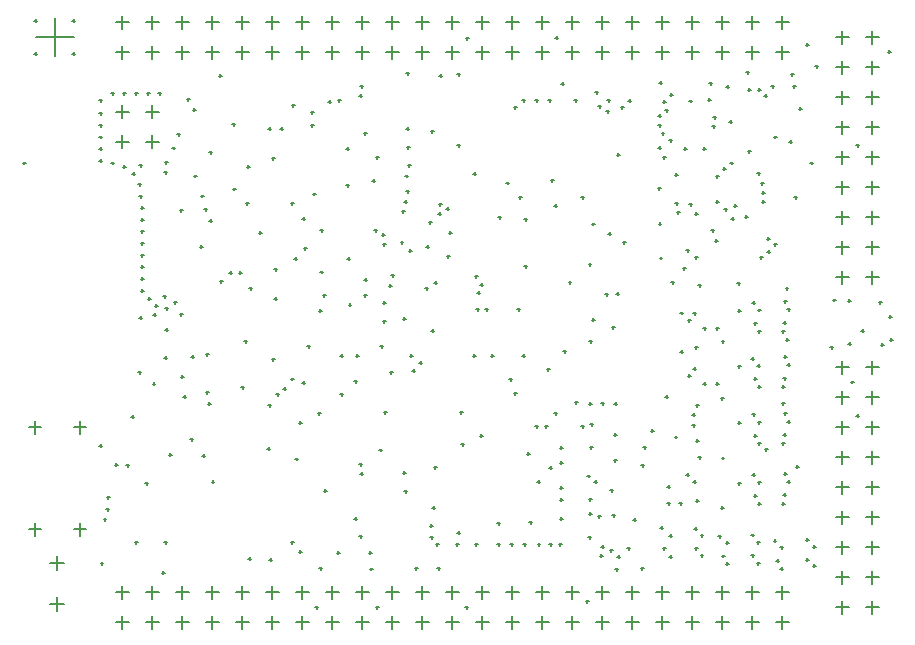
<source format=gbr>
%TF.GenerationSoftware,Altium Limited,Altium Designer,22.7.1 (60)*%
G04 Layer_Color=128*
%FSLAX45Y45*%
%MOMM*%
%TF.SameCoordinates,89C5C705-8D76-4DBF-8A4D-424F25D0343C*%
%TF.FilePolarity,Positive*%
%TF.FileFunction,Drillmap*%
%TF.Part,Single*%
G01*
G75*
%TA.AperFunction,NonConductor*%
%ADD688C,0.12700*%
D688*
X8073000Y2349500D02*
X8183000D01*
X8128000Y2294500D02*
Y2404500D01*
X8073000Y2095500D02*
X8183000D01*
X8128000Y2040500D02*
Y2150500D01*
X8073000Y1841500D02*
X8183000D01*
X8128000Y1786500D02*
Y1896500D01*
X8073000Y1587500D02*
X8183000D01*
X8128000Y1532500D02*
Y1642500D01*
X8073000Y1333500D02*
X8183000D01*
X8128000Y1278500D02*
Y1388500D01*
X8073000Y1079500D02*
X8183000D01*
X8128000Y1024500D02*
Y1134500D01*
X8073000Y825500D02*
X8183000D01*
X8128000Y770500D02*
Y880500D01*
X8327000Y2349500D02*
X8437000D01*
X8382000Y2294500D02*
Y2404500D01*
X8327000Y2095500D02*
X8437000D01*
X8382000Y2040500D02*
Y2150500D01*
X8327000Y1841500D02*
X8437000D01*
X8382000Y1786500D02*
Y1896500D01*
X8327000Y1587500D02*
X8437000D01*
X8382000Y1532500D02*
Y1642500D01*
X8327000Y1333500D02*
X8437000D01*
X8382000Y1278500D02*
Y1388500D01*
X8327000Y1079500D02*
X8437000D01*
X8382000Y1024500D02*
Y1134500D01*
X8327000Y825500D02*
X8437000D01*
X8382000Y770500D02*
Y880500D01*
X8073000Y571500D02*
X8183000D01*
X8128000Y516500D02*
Y626500D01*
X8073000Y317500D02*
X8183000D01*
X8128000Y262500D02*
Y372500D01*
X8327000Y571500D02*
X8437000D01*
X8382000Y516500D02*
Y626500D01*
X8327000Y317500D02*
X8437000D01*
X8382000Y262500D02*
Y372500D01*
X8073000Y5143500D02*
X8183000D01*
X8128000Y5088500D02*
Y5198500D01*
X8073000Y4889500D02*
X8183000D01*
X8128000Y4834500D02*
Y4944500D01*
X8073000Y4635500D02*
X8183000D01*
X8128000Y4580500D02*
Y4690500D01*
X8073000Y4381500D02*
X8183000D01*
X8128000Y4326500D02*
Y4436500D01*
X8073000Y4127500D02*
X8183000D01*
X8128000Y4072500D02*
Y4182500D01*
X8073000Y3873500D02*
X8183000D01*
X8128000Y3818500D02*
Y3928500D01*
X8073000Y3619500D02*
X8183000D01*
X8128000Y3564500D02*
Y3674500D01*
X8327000Y5143500D02*
X8437000D01*
X8382000Y5088500D02*
Y5198500D01*
X8327000Y4889500D02*
X8437000D01*
X8382000Y4834500D02*
Y4944500D01*
X8327000Y4635500D02*
X8437000D01*
X8382000Y4580500D02*
Y4690500D01*
X8327000Y4381500D02*
X8437000D01*
X8382000Y4326500D02*
Y4436500D01*
X8327000Y4127500D02*
X8437000D01*
X8382000Y4072500D02*
Y4182500D01*
X8327000Y3873500D02*
X8437000D01*
X8382000Y3818500D02*
Y3928500D01*
X8327000Y3619500D02*
X8437000D01*
X8382000Y3564500D02*
Y3674500D01*
X8073000Y3365500D02*
X8183000D01*
X8128000Y3310500D02*
Y3420500D01*
X8073000Y3111500D02*
X8183000D01*
X8128000Y3056500D02*
Y3166500D01*
X8327000Y3365500D02*
X8437000D01*
X8382000Y3310500D02*
Y3420500D01*
X8327000Y3111500D02*
X8437000D01*
X8382000Y3056500D02*
Y3166500D01*
X1977000Y190500D02*
X2087000D01*
X2032000Y135500D02*
Y245500D01*
X2231000Y190500D02*
X2341000D01*
X2286000Y135500D02*
Y245500D01*
X2485000Y190500D02*
X2595000D01*
X2540000Y135500D02*
Y245500D01*
X2739000Y190500D02*
X2849000D01*
X2794000Y135500D02*
Y245500D01*
X2993000Y190500D02*
X3103000D01*
X3048000Y135500D02*
Y245500D01*
X3247000Y190500D02*
X3357000D01*
X3302000Y135500D02*
Y245500D01*
X3501000Y190500D02*
X3611000D01*
X3556000Y135500D02*
Y245500D01*
X3755000Y190500D02*
X3865000D01*
X3810000Y135500D02*
Y245500D01*
X4009000Y190500D02*
X4119000D01*
X4064000Y135500D02*
Y245500D01*
X4263000Y190500D02*
X4373000D01*
X4318000Y135500D02*
Y245500D01*
X4517000Y190500D02*
X4627000D01*
X4572000Y135500D02*
Y245500D01*
X4771000Y190500D02*
X4881000D01*
X4826000Y135500D02*
Y245500D01*
X5025000Y190500D02*
X5135000D01*
X5080000Y135500D02*
Y245500D01*
X5279000Y190500D02*
X5389000D01*
X5334000Y135500D02*
Y245500D01*
X5533000Y190500D02*
X5643000D01*
X5588000Y135500D02*
Y245500D01*
X5787000Y190500D02*
X5897000D01*
X5842000Y135500D02*
Y245500D01*
X6041000Y190500D02*
X6151000D01*
X6096000Y135500D02*
Y245500D01*
X6295000Y190500D02*
X6405000D01*
X6350000Y135500D02*
Y245500D01*
X6549000Y190500D02*
X6659000D01*
X6604000Y135500D02*
Y245500D01*
X6803000Y190500D02*
X6913000D01*
X6858000Y135500D02*
Y245500D01*
X7057000Y190500D02*
X7167000D01*
X7112000Y135500D02*
Y245500D01*
X7311000Y190500D02*
X7421000D01*
X7366000Y135500D02*
Y245500D01*
X7565000Y190500D02*
X7675000D01*
X7620000Y135500D02*
Y245500D01*
X1977000Y444500D02*
X2087000D01*
X2032000Y389500D02*
Y499500D01*
X2231000Y444500D02*
X2341000D01*
X2286000Y389500D02*
Y499500D01*
X2485000Y444500D02*
X2595000D01*
X2540000Y389500D02*
Y499500D01*
X2739000Y444500D02*
X2849000D01*
X2794000Y389500D02*
Y499500D01*
X2993000Y444500D02*
X3103000D01*
X3048000Y389500D02*
Y499500D01*
X3247000Y444500D02*
X3357000D01*
X3302000Y389500D02*
Y499500D01*
X3501000Y444500D02*
X3611000D01*
X3556000Y389500D02*
Y499500D01*
X3755000Y444500D02*
X3865000D01*
X3810000Y389500D02*
Y499500D01*
X4009000Y444500D02*
X4119000D01*
X4064000Y389500D02*
Y499500D01*
X4263000Y444500D02*
X4373000D01*
X4318000Y389500D02*
Y499500D01*
X4517000Y444500D02*
X4627000D01*
X4572000Y389500D02*
Y499500D01*
X4771000Y444500D02*
X4881000D01*
X4826000Y389500D02*
Y499500D01*
X5025000Y444500D02*
X5135000D01*
X5080000Y389500D02*
Y499500D01*
X5279000Y444500D02*
X5389000D01*
X5334000Y389500D02*
Y499500D01*
X5533000Y444500D02*
X5643000D01*
X5588000Y389500D02*
Y499500D01*
X5787000Y444500D02*
X5897000D01*
X5842000Y389500D02*
Y499500D01*
X6041000Y444500D02*
X6151000D01*
X6096000Y389500D02*
Y499500D01*
X6295000Y444500D02*
X6405000D01*
X6350000Y389500D02*
Y499500D01*
X6549000Y444500D02*
X6659000D01*
X6604000Y389500D02*
Y499500D01*
X6803000Y444500D02*
X6913000D01*
X6858000Y389500D02*
Y499500D01*
X7057000Y444500D02*
X7167000D01*
X7112000Y389500D02*
Y499500D01*
X7311000Y444500D02*
X7421000D01*
X7366000Y389500D02*
Y499500D01*
X7565000Y444500D02*
X7675000D01*
X7620000Y389500D02*
Y499500D01*
X1977000Y5016500D02*
X2087000D01*
X2032000Y4961500D02*
Y5071500D01*
X2231000Y5016500D02*
X2341000D01*
X2286000Y4961500D02*
Y5071500D01*
X2485000Y5016500D02*
X2595000D01*
X2540000Y4961500D02*
Y5071500D01*
X2739000Y5016500D02*
X2849000D01*
X2794000Y4961500D02*
Y5071500D01*
X2993000Y5016500D02*
X3103000D01*
X3048000Y4961500D02*
Y5071500D01*
X3247000Y5016500D02*
X3357000D01*
X3302000Y4961500D02*
Y5071500D01*
X3501000Y5016500D02*
X3611000D01*
X3556000Y4961500D02*
Y5071500D01*
X3755000Y5016500D02*
X3865000D01*
X3810000Y4961500D02*
Y5071500D01*
X4009000Y5016500D02*
X4119000D01*
X4064000Y4961500D02*
Y5071500D01*
X4263000Y5016500D02*
X4373000D01*
X4318000Y4961500D02*
Y5071500D01*
X4517000Y5016500D02*
X4627000D01*
X4572000Y4961500D02*
Y5071500D01*
X4771000Y5016500D02*
X4881000D01*
X4826000Y4961500D02*
Y5071500D01*
X5025000Y5016500D02*
X5135000D01*
X5080000Y4961500D02*
Y5071500D01*
X5279000Y5016500D02*
X5389000D01*
X5334000Y4961500D02*
Y5071500D01*
X5533000Y5016500D02*
X5643000D01*
X5588000Y4961500D02*
Y5071500D01*
X5787000Y5016500D02*
X5897000D01*
X5842000Y4961500D02*
Y5071500D01*
X6041000Y5016500D02*
X6151000D01*
X6096000Y4961500D02*
Y5071500D01*
X6295000Y5016500D02*
X6405000D01*
X6350000Y4961500D02*
Y5071500D01*
X6549000Y5016500D02*
X6659000D01*
X6604000Y4961500D02*
Y5071500D01*
X6803000Y5016500D02*
X6913000D01*
X6858000Y4961500D02*
Y5071500D01*
X7057000Y5016500D02*
X7167000D01*
X7112000Y4961500D02*
Y5071500D01*
X7311000Y5016500D02*
X7421000D01*
X7366000Y4961500D02*
Y5071500D01*
X7565000Y5016500D02*
X7675000D01*
X7620000Y4961500D02*
Y5071500D01*
X1977000Y5270500D02*
X2087000D01*
X2032000Y5215500D02*
Y5325500D01*
X2231000Y5270500D02*
X2341000D01*
X2286000Y5215500D02*
Y5325500D01*
X2485000Y5270500D02*
X2595000D01*
X2540000Y5215500D02*
Y5325500D01*
X2739000Y5270500D02*
X2849000D01*
X2794000Y5215500D02*
Y5325500D01*
X2993000Y5270500D02*
X3103000D01*
X3048000Y5215500D02*
Y5325500D01*
X3247000Y5270500D02*
X3357000D01*
X3302000Y5215500D02*
Y5325500D01*
X3501000Y5270500D02*
X3611000D01*
X3556000Y5215500D02*
Y5325500D01*
X3755000Y5270500D02*
X3865000D01*
X3810000Y5215500D02*
Y5325500D01*
X4009000Y5270500D02*
X4119000D01*
X4064000Y5215500D02*
Y5325500D01*
X4263000Y5270500D02*
X4373000D01*
X4318000Y5215500D02*
Y5325500D01*
X4517000Y5270500D02*
X4627000D01*
X4572000Y5215500D02*
Y5325500D01*
X4771000Y5270500D02*
X4881000D01*
X4826000Y5215500D02*
Y5325500D01*
X5025000Y5270500D02*
X5135000D01*
X5080000Y5215500D02*
Y5325500D01*
X5279000Y5270500D02*
X5389000D01*
X5334000Y5215500D02*
Y5325500D01*
X5533000Y5270500D02*
X5643000D01*
X5588000Y5215500D02*
Y5325500D01*
X5787000Y5270500D02*
X5897000D01*
X5842000Y5215500D02*
Y5325500D01*
X6041000Y5270500D02*
X6151000D01*
X6096000Y5215500D02*
Y5325500D01*
X6295000Y5270500D02*
X6405000D01*
X6350000Y5215500D02*
Y5325500D01*
X6549000Y5270500D02*
X6659000D01*
X6604000Y5215500D02*
Y5325500D01*
X6803000Y5270500D02*
X6913000D01*
X6858000Y5215500D02*
Y5325500D01*
X7057000Y5270500D02*
X7167000D01*
X7112000Y5215500D02*
Y5325500D01*
X7311000Y5270500D02*
X7421000D01*
X7366000Y5215500D02*
Y5325500D01*
X7565000Y5270500D02*
X7675000D01*
X7620000Y5215500D02*
Y5325500D01*
X2231000Y4512400D02*
X2341000D01*
X2286000Y4457400D02*
Y4567400D01*
X2231000Y4258400D02*
X2341000D01*
X2286000Y4203400D02*
Y4313400D01*
X1977000Y4512400D02*
X2087000D01*
X2032000Y4457400D02*
Y4567400D01*
X1977000Y4258400D02*
X2087000D01*
X2032000Y4203400D02*
Y4313400D01*
X1619500Y978000D02*
X1724500D01*
X1672000Y925500D02*
Y1030500D01*
X1239500Y978000D02*
X1344500D01*
X1292000Y925500D02*
Y1030500D01*
X1619500Y1842000D02*
X1724500D01*
X1672000Y1789500D02*
Y1894500D01*
X1239500Y1842000D02*
X1344500D01*
X1292000Y1789500D02*
Y1894500D01*
X1300500Y5143500D02*
X1620500D01*
X1460500Y4983500D02*
Y5303500D01*
X1420000Y695000D02*
X1540000D01*
X1480000Y635000D02*
Y755000D01*
X1420000Y345000D02*
X1540000D01*
X1480000Y285000D02*
Y405000D01*
X1288000Y5283500D02*
X1313000D01*
X1300500Y5271000D02*
Y5296000D01*
X1288000Y5003500D02*
X1313000D01*
X1300500Y4991000D02*
Y5016000D01*
X1608000Y5003500D02*
X1633000D01*
X1620500Y4991000D02*
Y5016000D01*
X1608000Y5283500D02*
X1633000D01*
X1620500Y5271000D02*
Y5296000D01*
X4670247Y1503402D02*
X4695247D01*
X4682747Y1490903D02*
Y1515902D01*
X7366277Y2898539D02*
X7391277D01*
X7378777Y2886039D02*
Y2911039D01*
X7367569Y1441414D02*
X7392569D01*
X7380069Y1428915D02*
Y1453914D01*
X7364672Y1951459D02*
X7389672D01*
X7377172Y1938960D02*
Y1963959D01*
X7411890Y1885414D02*
X7436890D01*
X7424390Y1872914D02*
Y1897913D01*
X6060313Y4562155D02*
X6085313D01*
X6072813Y4549655D02*
Y4574655D01*
X6129904Y4518397D02*
X6154903D01*
X6142404Y4505898D02*
Y4530897D01*
X6037500Y4680000D02*
X6062500D01*
X6050000Y4667500D02*
Y4692500D01*
X6577500Y4757500D02*
X6602500D01*
X6590000Y4745000D02*
Y4770000D01*
X6217500Y4150000D02*
X6242500D01*
X6230000Y4137500D02*
Y4162500D01*
X5994013Y1867367D02*
X6019013D01*
X6006513Y1854867D02*
Y1879866D01*
X5861482Y2055714D02*
X5886482D01*
X5873982Y2043214D02*
Y2068214D01*
X6194699Y1564783D02*
X6219699D01*
X6207199Y1552283D02*
Y1577283D01*
X6647500Y1200000D02*
X6672500D01*
X6660000Y1187500D02*
Y1212500D01*
X6647500Y1340000D02*
X6672500D01*
X6660000Y1327500D02*
Y1352500D01*
X6007024Y2752748D02*
X6032023D01*
X6019524Y2740248D02*
Y2765248D01*
X6005625Y3563595D02*
X6030625D01*
X6018125Y3551095D02*
Y3576095D01*
X5216757Y3621307D02*
X5241757D01*
X5229257Y3608807D02*
Y3633807D01*
X5690823Y1959998D02*
X5715822D01*
X5703323Y1947498D02*
Y1972498D01*
X6708882Y3978618D02*
X6733882D01*
X6721382Y3966118D02*
Y3991117D01*
X6607500Y4130000D02*
X6632500D01*
X6620000Y4117500D02*
Y4142500D01*
X6563980Y3867338D02*
X6588980D01*
X6576480Y3854838D02*
Y3879838D01*
X6571988Y3564515D02*
X6596988D01*
X6584488Y3552015D02*
Y3577015D01*
X6887500Y1220000D02*
X6912500D01*
X6900000Y1207500D02*
Y1232500D01*
X7100073Y1162574D02*
X7125073D01*
X7112573Y1150074D02*
Y1175074D01*
X7631469Y1449224D02*
X7656468D01*
X7643968Y1436724D02*
Y1461724D01*
X7613705Y2047500D02*
X7638705D01*
X7626205Y2035000D02*
Y2060000D01*
X7616393Y2185388D02*
X7641393D01*
X7628893Y2172888D02*
Y2197887D01*
X7650779Y2583984D02*
X7675778D01*
X7663279Y2571484D02*
Y2596484D01*
X7661036Y2370298D02*
X7686036D01*
X7673536Y2357798D02*
Y2382798D01*
X7631469Y2439223D02*
X7656468D01*
X7643968Y2426724D02*
Y2451723D01*
X7647500Y3020000D02*
X7672500D01*
X7660000Y3007500D02*
Y3032500D01*
X7472612Y1656801D02*
X7497612D01*
X7485112Y1644302D02*
Y1669301D01*
X7377909Y1772427D02*
X7402909D01*
X7390409Y1759927D02*
Y1784927D01*
X7412623Y1705944D02*
X7437622D01*
X7425123Y1693444D02*
Y1718444D01*
X6747500Y1200000D02*
X6772500D01*
X6760000Y1187500D02*
Y1212500D01*
X6178890Y1098610D02*
X6203890D01*
X6191390Y1086110D02*
Y1111110D01*
X4228081Y3471270D02*
X4253081D01*
X4240581Y3458771D02*
Y3483770D01*
X4165318Y3512327D02*
X4190317D01*
X4177817Y3499827D02*
Y3524827D01*
X4237500Y3390000D02*
X4262500D01*
X4250000Y3377500D02*
Y3402500D01*
X6580629Y3275707D02*
X6605629D01*
X6593129Y3263207D02*
Y3288207D01*
X4047500Y4730000D02*
X4072500D01*
X4060000Y4717500D02*
Y4742500D01*
X4037500Y4650000D02*
X4062500D01*
X4050000Y4637500D02*
Y4662500D01*
X3857500Y4610000D02*
X3882500D01*
X3870000Y4597500D02*
Y4622500D01*
X3777500Y4600000D02*
X3802500D01*
X3790000Y4587500D02*
Y4612500D01*
X4637500Y910000D02*
X4662500D01*
X4650000Y897500D02*
Y922500D01*
X4687500Y850000D02*
X4712500D01*
X4700000Y837500D02*
Y862500D01*
X4869730Y950913D02*
X4894730D01*
X4882230Y938413D02*
Y963413D01*
X4713406Y3732344D02*
X4738405D01*
X4725905Y3719844D02*
Y3744844D01*
X4776195Y3691326D02*
X4801195D01*
X4788695Y3678826D02*
Y3703826D01*
X3567500Y3360000D02*
X3592500D01*
X3580000Y3347500D02*
Y3372500D01*
X3627500Y4400000D02*
X3652500D01*
X3640000Y4387500D02*
Y4412500D01*
X8437500Y2900000D02*
X8462500D01*
X8450000Y2887500D02*
Y2912500D01*
X4887500Y1970000D02*
X4912500D01*
X4900000Y1957500D02*
Y1982500D01*
X2967500Y3860000D02*
X2992500D01*
X2980000Y3847500D02*
Y3872500D01*
X2627500Y4532833D02*
X2652500D01*
X2640000Y4520333D02*
Y4545333D01*
X6253122Y4553521D02*
X6278122D01*
X6265622Y4541022D02*
Y4566021D01*
X4387500Y3410000D02*
X4412500D01*
X4400000Y3397500D02*
Y3422500D01*
X4457647Y3335306D02*
X4482646D01*
X4470147Y3322806D02*
Y3347806D01*
X7147237Y4723983D02*
X7172237D01*
X7159737Y4711484D02*
Y4736483D01*
X7003027Y4754889D02*
X7028027D01*
X7015527Y4742389D02*
Y4767389D01*
X7036636Y4466648D02*
X7061635D01*
X7049136Y4454148D02*
Y4479148D01*
X7028626Y4389700D02*
X7053625D01*
X7041126Y4377201D02*
Y4402200D01*
X7527500Y4730000D02*
X7552500D01*
X7540000Y4717500D02*
Y4742500D01*
X7690000Y4830000D02*
X7715000D01*
X7702500Y4817500D02*
Y4842500D01*
X3527500Y1880000D02*
X3552500D01*
X3540000Y1867500D02*
Y1892500D01*
X5457500Y1620000D02*
X5482500D01*
X5470000Y1607500D02*
Y1632500D01*
X7660330Y1890000D02*
X7685330D01*
X7672830Y1877500D02*
Y1902500D01*
X7723277Y3790405D02*
X7748277D01*
X7735777Y3777905D02*
Y3802905D01*
X5307500Y2250000D02*
X5332500D01*
X5320000Y2237500D02*
Y2262500D01*
X4997500Y2450000D02*
X5022500D01*
X5010000Y2437500D02*
Y2462500D01*
X3457500Y3739832D02*
X3482500D01*
X3470000Y3727333D02*
Y3752332D01*
X2455299Y4206829D02*
X2480298D01*
X2467798Y4194329D02*
Y4219328D01*
X6949136Y2680880D02*
X6974135D01*
X6961636Y2668380D02*
Y2693380D01*
X6865125Y2338752D02*
X6890125D01*
X6877625Y2326252D02*
Y2351252D01*
X6950189Y2210497D02*
X6975189D01*
X6962689Y2197997D02*
Y2222997D01*
X6177500Y2690000D02*
X6202500D01*
X6190000Y2677500D02*
Y2702500D01*
X3646360Y3817500D02*
X3671360D01*
X3658860Y3805000D02*
Y3830000D01*
X6087500Y830000D02*
X6112500D01*
X6100000Y817500D02*
Y842500D01*
X6074612Y756116D02*
X6099612D01*
X6087112Y743616D02*
Y768616D01*
X5977500Y912500D02*
X6002500D01*
X5990000Y900000D02*
Y925000D01*
X6307500Y820000D02*
X6332500D01*
X6320000Y807500D02*
Y832500D01*
X6157500Y800000D02*
X6182500D01*
X6170000Y787500D02*
Y812500D01*
X6357500Y1060000D02*
X6382500D01*
X6370000Y1047500D02*
Y1072500D01*
X6422885Y647909D02*
X6447885D01*
X6435385Y635409D02*
Y660409D01*
X6207500Y640000D02*
X6232500D01*
X6220000Y627500D02*
Y652500D01*
X5027500Y2840000D02*
X5052500D01*
X5040000Y2827500D02*
Y2852500D01*
X4407500Y2760000D02*
X4432500D01*
X4420000Y2747500D02*
Y2772500D01*
X4625754Y3580186D02*
X4650753D01*
X4638253Y3567686D02*
Y3592686D01*
X6678250Y3072093D02*
X6703249D01*
X6690750Y3059593D02*
Y3084593D01*
X2495730Y4322875D02*
X2520730D01*
X2508230Y4310375D02*
Y4335375D01*
X6786617Y4199151D02*
X6811617D01*
X6799117Y4186651D02*
Y4211650D01*
X5982500Y1111661D02*
X6007500D01*
X5995000Y1099162D02*
Y1124161D01*
X6056287Y1090556D02*
X6081287D01*
X6068787Y1078056D02*
Y1103056D01*
X5737500Y1670000D02*
X5762500D01*
X5750000Y1657500D02*
Y1682500D01*
X5917500Y1850000D02*
X5942500D01*
X5930000Y1837500D02*
Y1862500D01*
X5735173Y1541987D02*
X5760172D01*
X5747673Y1529487D02*
Y1554487D01*
X5767500Y2486550D02*
X5792500D01*
X5780000Y2474050D02*
Y2499050D01*
X6088932Y2044179D02*
X6113931D01*
X6101432Y2031679D02*
Y2056679D01*
X4487500Y2320000D02*
X4512500D01*
X4500000Y2307500D02*
Y2332500D01*
X4903075Y1699320D02*
X4928075D01*
X4915575Y1686821D02*
Y1711820D01*
X1873252Y1064249D02*
X1898251D01*
X1885752Y1051749D02*
Y1076748D01*
X1897500Y1150000D02*
X1922500D01*
X1910000Y1137500D02*
Y1162500D01*
X5917500Y3790000D02*
X5942500D01*
X5930000Y3777500D02*
Y3802500D01*
X5687500Y3720000D02*
X5712500D01*
X5700000Y3707500D02*
Y3732500D01*
X5004932Y3989517D02*
X5029932D01*
X5017432Y3977017D02*
Y4002016D01*
X7735000Y1508948D02*
X7760000D01*
X7747500Y1496448D02*
Y1521448D01*
X7616393Y1705388D02*
X7641393D01*
X7628893Y1692888D02*
Y1717888D01*
X1835387Y1685174D02*
X1860386D01*
X1847887Y1672674D02*
Y1697674D01*
X3497107Y1573840D02*
X3522106D01*
X3509606Y1561340D02*
Y1586340D01*
X4636505Y1010000D02*
X4661505D01*
X4649005Y997500D02*
Y1022500D01*
X7411900Y4699156D02*
X7436900D01*
X7424400Y4686657D02*
Y4711656D01*
X7315819Y4846500D02*
X7340819D01*
X7328319Y4834000D02*
Y4859000D01*
X7327500Y4700000D02*
X7352500D01*
X7340000Y4687500D02*
Y4712500D01*
X5810116Y3070065D02*
X5835116D01*
X5822616Y3057565D02*
Y3082565D01*
X6029672Y1383307D02*
X6054672D01*
X6042172Y1370807D02*
Y1395807D01*
X5969485Y1429921D02*
X5994485D01*
X5981985Y1417421D02*
Y1442421D01*
X5989674Y1673304D02*
X6014674D01*
X6002174Y1660804D02*
Y1685804D01*
X6427500Y1520000D02*
X6452500D01*
X6440000Y1507500D02*
Y1532500D01*
X6442005Y1671541D02*
X6467005D01*
X6454505Y1659042D02*
Y1684041D01*
X6505480Y1814520D02*
X6530479D01*
X6517980Y1802021D02*
Y1827020D01*
X5478677Y1038661D02*
X5503677D01*
X5491177Y1026161D02*
Y1051161D01*
X5207500Y1030000D02*
X5232500D01*
X5220000Y1017500D02*
Y1042500D01*
X5737500Y1070000D02*
X5762500D01*
X5750000Y1057500D02*
Y1082500D01*
X2427500Y1610000D02*
X2452500D01*
X2440000Y1597500D02*
Y1622500D01*
X2167500Y2310000D02*
X2192500D01*
X2180000Y2297500D02*
Y2322500D01*
X7406179Y2365207D02*
X7431178D01*
X7418679Y2352707D02*
Y2377706D01*
X7355941Y2420895D02*
X7380941D01*
X7368441Y2408395D02*
Y2433395D01*
X6315443Y4608869D02*
X6340443D01*
X6327943Y4596369D02*
Y4621368D01*
X7047500Y3420000D02*
X7072500D01*
X7060000Y3407500D02*
Y3432500D01*
X7017500Y3510000D02*
X7042500D01*
X7030000Y3497500D02*
Y3522500D01*
X6877500Y3650000D02*
X6902500D01*
X6890000Y3637500D02*
Y3662500D01*
X7493234Y3328738D02*
X7518234D01*
X7505734Y3316238D02*
Y3341238D01*
X6713794Y3740410D02*
X6738793D01*
X6726293Y3727911D02*
Y3752910D01*
X7437500Y3910000D02*
X7462500D01*
X7450000Y3897500D02*
Y3922500D01*
X7447543Y3830000D02*
X7472543D01*
X7460043Y3817500D02*
Y3842500D01*
X7447500Y3750000D02*
X7472500D01*
X7460000Y3737500D02*
Y3762500D01*
X7301583Y3623987D02*
X7326582D01*
X7314082Y3611487D02*
Y3636487D01*
X7055666Y3969168D02*
X7080666D01*
X7068166Y3956668D02*
Y3981668D01*
X7207500Y3720000D02*
X7232500D01*
X7220000Y3707500D02*
Y3732500D01*
X7187500Y3610000D02*
X7212500D01*
X7200000Y3597500D02*
Y3622500D01*
X7406258Y3994981D02*
X7431258D01*
X7418758Y3982481D02*
Y4007481D01*
X7857500Y4080000D02*
X7882500D01*
X7870000Y4067500D02*
Y4092500D01*
X8512322Y5021488D02*
X8537322D01*
X8524822Y5008988D02*
Y5033988D01*
X7127500Y3690000D02*
X7152500D01*
X7140000Y3677500D02*
Y3702500D01*
X8455129Y2543086D02*
X8480129D01*
X8467629Y2530586D02*
Y2555586D01*
X7547500Y3390000D02*
X7572500D01*
X7560000Y3377500D02*
Y3402500D01*
X8047500Y2920000D02*
X8072500D01*
X8060000Y2907500D02*
Y2932500D01*
X8288541Y2657970D02*
X8313540D01*
X8301041Y2645470D02*
Y2670470D01*
X7487500Y3440000D02*
X7512500D01*
X7500000Y3427500D02*
Y3452500D01*
X7631468Y2909224D02*
X7656468D01*
X7643968Y2896724D02*
Y2921723D01*
X7661036Y2840298D02*
X7686035D01*
X7673536Y2827798D02*
Y2852798D01*
X8179320Y2549928D02*
X8204320D01*
X8191820Y2537428D02*
Y2562428D01*
X8026842Y2519342D02*
X8051841D01*
X8039342Y2506842D02*
Y2531842D01*
X8529936Y2581621D02*
X8554936D01*
X8542436Y2569122D02*
Y2594121D01*
X6877500Y3280000D02*
X6902500D01*
X6890000Y3267500D02*
Y3292500D01*
X7427500Y3280000D02*
X7452500D01*
X7440000Y3267500D02*
Y3292500D01*
X6831192Y3732214D02*
X6856192D01*
X6843692Y3719714D02*
Y3744714D01*
X7117500Y4030000D02*
X7142500D01*
X7130000Y4017500D02*
Y4042500D01*
X7177500Y4080000D02*
X7202500D01*
X7190000Y4067500D02*
Y4092500D01*
X7055933Y3750256D02*
X7080932D01*
X7068432Y3737756D02*
Y3762756D01*
X6267500Y3410000D02*
X6292500D01*
X6280000Y3397500D02*
Y3422500D01*
X6147500Y3480000D02*
X6172500D01*
X6160000Y3467500D02*
Y3492500D01*
X6726105Y3663204D02*
X6751105D01*
X6738605Y3650704D02*
Y3675704D01*
X6807500Y3340000D02*
X6832500D01*
X6820000Y3327500D02*
Y3352500D01*
X5660000Y3935000D02*
X5685000D01*
X5672500Y3922500D02*
Y3947500D01*
X6777500Y3190000D02*
X6802500D01*
X6790000Y3177500D02*
Y3202500D01*
X7678819Y4259599D02*
X7703818D01*
X7691319Y4247099D02*
Y4272099D01*
X7412622Y2655943D02*
X7437622D01*
X7425122Y2643444D02*
Y2668443D01*
X7616393Y2655388D02*
X7641393D01*
X7628893Y2642888D02*
Y2667887D01*
X8198073Y2225834D02*
X8223073D01*
X8210573Y2213334D02*
Y2238334D01*
X8247500Y1940000D02*
X8272500D01*
X8260000Y1927500D02*
Y1952500D01*
X5982500Y1233190D02*
X6007500D01*
X5995000Y1220690D02*
Y1245690D01*
X5737500Y1230000D02*
X5762500D01*
X5750000Y1217500D02*
Y1242500D01*
X6224146Y746504D02*
X6249145D01*
X6236645Y734004D02*
Y759004D01*
X5624220Y2335000D02*
X5649220D01*
X5636720Y2322500D02*
Y2347500D01*
X5417500Y2450000D02*
X5442500D01*
X5430000Y2437500D02*
Y2462500D01*
X5527500Y1850000D02*
X5552500D01*
X5540000Y1837500D02*
Y1862500D01*
X5607500Y1850000D02*
X5632500D01*
X5620000Y1837500D02*
Y1862500D01*
X5435000Y3601930D02*
X5460000D01*
X5447500Y3589430D02*
Y3614429D01*
X5435000Y3206821D02*
X5460000D01*
X5447500Y3194321D02*
Y3219321D01*
X3997502Y1070000D02*
X4022502D01*
X4010002Y1057501D02*
Y1082500D01*
X6817882Y2280300D02*
X6842882D01*
X6830382Y2267800D02*
Y2292800D01*
X6161516Y1307610D02*
X6186515D01*
X6174016Y1295110D02*
Y1320110D01*
X6627500Y2100000D02*
X6652500D01*
X6640000Y2087500D02*
Y2112500D01*
X6887500Y2029926D02*
X6912499D01*
X6899999Y2017426D02*
Y2042426D01*
X6857500Y1950000D02*
X6882500D01*
X6870000Y1937500D02*
Y1962500D01*
X6193705Y1780278D02*
X6218705D01*
X6206205Y1767779D02*
Y1792778D01*
X6197500Y2040000D02*
X6222500D01*
X6210000Y2027500D02*
Y2052500D01*
X6587684Y990000D02*
X6612684D01*
X6600184Y977500D02*
Y1002500D01*
X6570000Y4400000D02*
X6595000D01*
X6582500Y4387500D02*
Y4412500D01*
X6570000Y4210000D02*
X6595000D01*
X6582500Y4197500D02*
Y4222500D01*
X6570000Y4480000D02*
X6595000D01*
X6582500Y4467500D02*
Y4492500D01*
X5857500Y4610000D02*
X5882500D01*
X5870000Y4597500D02*
Y4622500D01*
X6137500Y4610000D02*
X6162500D01*
X6150000Y4597500D02*
Y4622500D01*
X6707500Y1760000D02*
X6732500D01*
X6720000Y1747500D02*
Y1772500D01*
X5980000Y2040000D02*
X6005000D01*
X5992500Y2027500D02*
Y2052500D01*
X5737500Y1330000D02*
X5762500D01*
X5750000Y1317500D02*
Y1342500D01*
X5647500Y1500000D02*
X5672500D01*
X5660000Y1487500D02*
Y1512500D01*
X6877500Y2520500D02*
X6902499D01*
X6889999Y2508000D02*
Y2533000D01*
X7237500Y3060000D02*
X7262500D01*
X7250000Y3047500D02*
Y3072500D01*
X6597500Y4330000D02*
X6622500D01*
X6610000Y4317500D02*
Y4342500D01*
X6857500Y1860000D02*
X6882500D01*
X6870000Y1847500D02*
Y1872500D01*
X7547500Y4300000D02*
X7572500D01*
X7560000Y4287500D02*
Y4312500D01*
X6757500Y2810000D02*
X6782500D01*
X6770000Y2797500D02*
Y2822500D01*
X7327500Y4180000D02*
X7352500D01*
X7340000Y4167500D02*
Y4192500D01*
X7629090Y2259305D02*
X7654090D01*
X7641590Y2246805D02*
Y2271805D01*
X6907500Y1590000D02*
X6932500D01*
X6920000Y1577500D02*
Y1602500D01*
X7077500Y920000D02*
X7102500D01*
X7090000Y907500D02*
Y932500D01*
X6607500Y820000D02*
X6632500D01*
X6620000Y807500D02*
Y832500D01*
X8247500Y4230000D02*
X8272500D01*
X8260000Y4217500D02*
Y4242500D01*
X5987500Y2570002D02*
X6012500D01*
X6000000Y2557503D02*
Y2582502D01*
X6215000Y2974850D02*
X6240000D01*
X6227500Y2962350D02*
Y2987350D01*
X4857500Y850000D02*
X4882500D01*
X4870000Y837500D02*
Y862500D01*
X6832499Y4605000D02*
X6857499D01*
X6844999Y4592500D02*
Y4617500D01*
X5957500Y370000D02*
X5982500D01*
X5970000Y357500D02*
Y382500D01*
X5017500Y850000D02*
X5042500D01*
X5030000Y837500D02*
Y862500D01*
X5545996Y1379465D02*
X5570995D01*
X5558495Y1366965D02*
Y1391964D01*
X6947500Y4200000D02*
X6972500D01*
X6960000Y4187500D02*
Y4212500D01*
X7402500Y870298D02*
X7427500D01*
X7415000Y857798D02*
Y882798D01*
X7411890Y1375413D02*
X7436890D01*
X7424390Y1362913D02*
Y1387913D01*
X6874467Y983033D02*
X6899467D01*
X6886967Y970533D02*
Y995532D01*
X6927500Y930000D02*
X6952500D01*
X6940000Y917500D02*
Y942500D01*
X6927500Y760000D02*
X6952500D01*
X6940000Y747500D02*
Y772500D01*
X7405377Y692123D02*
X7430377D01*
X7417877Y679623D02*
Y704623D01*
X7359090Y759305D02*
X7384090D01*
X7371590Y746805D02*
Y771805D01*
X7877500Y670000D02*
X7902500D01*
X7890000Y657500D02*
Y682500D01*
X7819090Y719305D02*
X7844090D01*
X7831590Y706805D02*
Y731805D01*
X7817500Y890000D02*
X7842500D01*
X7830000Y877500D02*
Y902500D01*
X7877500Y830298D02*
X7902500D01*
X7890000Y817798D02*
Y842797D01*
X7357357Y930190D02*
X7382357D01*
X7369857Y917690D02*
Y942690D01*
X2857500Y3080000D02*
X2882500D01*
X2870000Y3067500D02*
Y3092500D01*
X2517500Y2800000D02*
X2542500D01*
X2530000Y2787500D02*
Y2812500D01*
X3018817Y3150000D02*
X3043817D01*
X3031317Y3137500D02*
Y3162500D01*
X3487500Y3270000D02*
X3512500D01*
X3500000Y3257500D02*
Y3282500D01*
X4657500Y1160000D02*
X4682500D01*
X4670000Y1147500D02*
Y1172500D01*
X2937500Y3150000D02*
X2962500D01*
X2950000Y3137500D02*
Y3162500D01*
X3318158Y2930659D02*
X3343158D01*
X3330658Y2918159D02*
Y2943159D01*
X4237500Y2740000D02*
X4262500D01*
X4250000Y2727500D02*
Y2752500D01*
X4647500Y2660000D02*
X4672500D01*
X4660000Y2647500D02*
Y2672500D01*
X5377500Y2840000D02*
X5402500D01*
X5390000Y2827500D02*
Y2852500D01*
X5979585Y3221698D02*
X6004584D01*
X5992085Y3209199D02*
Y3234198D01*
X2296192Y2793662D02*
X2321191D01*
X2308692Y2781162D02*
Y2806162D01*
X2397500Y2670000D02*
X2422500D01*
X2410000Y2657500D02*
Y2682500D01*
X2387500Y2430000D02*
X2412500D01*
X2400000Y2417500D02*
Y2442500D01*
X3527500Y790000D02*
X3552500D01*
X3540000Y777500D02*
Y802500D01*
X3457500Y870000D02*
X3482500D01*
X3470000Y857500D02*
Y882500D01*
X6661890Y925413D02*
X6686890D01*
X6674390Y912913D02*
Y937913D01*
X6879090Y819305D02*
X6904090D01*
X6891590Y806805D02*
Y831805D01*
X7142623Y685944D02*
X7167622D01*
X7155123Y673444D02*
Y698443D01*
X7602623Y645943D02*
X7627623D01*
X7615123Y633443D02*
Y658443D01*
X6867500Y1380000D02*
X6892499D01*
X6879999Y1367500D02*
Y1392500D01*
X6807500Y1440000D02*
X6832499D01*
X6820000Y1427500D02*
Y1452500D01*
X6757500Y2480000D02*
X6782500D01*
X6770000Y2467500D02*
Y2492500D01*
X7105663Y1582361D02*
X7130663D01*
X7118163Y1569861D02*
Y1594861D01*
X7100073Y2087426D02*
X7125073D01*
X7112573Y2074927D02*
Y2099926D01*
X7105663Y2572361D02*
X7130663D01*
X7118163Y2559861D02*
Y2584860D01*
X6907374Y3043824D02*
X6932373D01*
X6919874Y3031324D02*
Y3056324D01*
X7107909Y752426D02*
X7132909D01*
X7120409Y739926D02*
Y764926D01*
X7141890Y865413D02*
X7166890D01*
X7154390Y852913D02*
Y877913D01*
X6662623Y745943D02*
X6687622D01*
X6675123Y733443D02*
Y758443D01*
X7567909Y712426D02*
X7592909D01*
X7580409Y699926D02*
Y724926D01*
X7545941Y880895D02*
X7570941D01*
X7558441Y868395D02*
Y893394D01*
X7601891Y825413D02*
X7626890D01*
X7614390Y812913D02*
Y837912D01*
X7629090Y2729305D02*
X7654089D01*
X7641589Y2716805D02*
Y2741805D01*
X7377909Y2722426D02*
X7402909D01*
X7390409Y2709926D02*
Y2734926D01*
X7411890Y2835413D02*
X7436890D01*
X7424390Y2822913D02*
Y2847913D01*
X7241233Y2830000D02*
X7266233D01*
X7253733Y2817500D02*
Y2842500D01*
X7057499Y2680001D02*
X7082499D01*
X7069999Y2667501D02*
Y2692501D01*
X6817882Y2750300D02*
X6842882D01*
X6830382Y2737800D02*
Y2762800D01*
X6865125Y2808752D02*
X6890125D01*
X6877625Y2796252D02*
Y2821252D01*
X7057499Y2210001D02*
X7082499D01*
X7069999Y2197501D02*
Y2222501D01*
X7377909Y2252426D02*
X7402909D01*
X7390409Y2239926D02*
Y2264926D01*
X7412623Y2185943D02*
X7437622D01*
X7425123Y2173443D02*
Y2198443D01*
X7241233Y2360000D02*
X7266233D01*
X7253733Y2347500D02*
Y2372500D01*
X7629090Y1779306D02*
X7654090D01*
X7641590Y1766806D02*
Y1791806D01*
X7631469Y1959224D02*
X7656468D01*
X7643968Y1946724D02*
Y1971724D01*
X7616393Y1195388D02*
X7641393D01*
X7628893Y1182888D02*
Y1207888D01*
X7629090Y1269305D02*
X7654090D01*
X7641590Y1256805D02*
Y1281805D01*
X7661036Y1380298D02*
X7686036D01*
X7673536Y1367798D02*
Y1392798D01*
X6887500Y1730000D02*
X6912500D01*
X6900000Y1717501D02*
Y1742500D01*
X7241233Y1880001D02*
X7266233D01*
X7253733Y1867501D02*
Y1892500D01*
X7241233Y1370000D02*
X7266233D01*
X7253733Y1357500D02*
Y1382500D01*
X7377909Y1262426D02*
X7402909D01*
X7390409Y1249926D02*
Y1274926D01*
X7412623Y1195944D02*
X7437622D01*
X7425123Y1183444D02*
Y1208443D01*
X5727500Y850000D02*
X5752500D01*
X5740000Y837500D02*
Y862500D01*
X5103760Y2841998D02*
X5128759D01*
X5116260Y2829499D02*
Y2854498D01*
X5152500Y2450000D02*
X5177500D01*
X5165000Y2437500D02*
Y2462500D01*
X4698158Y650658D02*
X4723158D01*
X4710658Y638158D02*
Y663158D01*
X3699676Y646743D02*
X3724676D01*
X3712176Y634243D02*
Y659243D01*
X4127500Y642500D02*
X4152500D01*
X4140000Y630000D02*
Y655000D01*
X4117500Y780000D02*
X4142500D01*
X4130000Y767500D02*
Y792500D01*
X3847500Y780000D02*
X3872500D01*
X3860000Y767500D02*
Y792500D01*
X4037500Y920000D02*
X4062500D01*
X4050000Y907500D02*
Y932500D01*
X2547500Y2100000D02*
X2572500D01*
X2560000Y2087500D02*
Y2112500D01*
X3087500Y4050000D02*
X3112500D01*
X3100000Y4037500D02*
Y4062500D01*
X5061217Y3051151D02*
X5086217D01*
X5073717Y3038651D02*
Y3063651D01*
X5037500Y2980000D02*
X5062500D01*
X5050000Y2967500D02*
Y2992500D01*
X5017500Y3120000D02*
X5042500D01*
X5030000Y3107500D02*
Y3132500D01*
X4777500Y3290000D02*
X4802500D01*
X4790000Y3277500D02*
Y3302500D01*
X3597500Y2530000D02*
X3622500D01*
X3610000Y2517500D02*
Y2542500D01*
X3877500Y2450000D02*
X3902500D01*
X3890000Y2437500D02*
Y2462500D01*
X4007500Y2450000D02*
X4032500D01*
X4020000Y2437500D02*
Y2462500D01*
X4217500Y2530000D02*
X4242500D01*
X4230000Y2517500D02*
Y2542500D01*
X4297500Y2309998D02*
X4322500D01*
X4310000Y2297498D02*
Y2322498D01*
X4597500Y3020000D02*
X4622500D01*
X4610000Y3007500D02*
Y3032500D01*
X4417500Y1300000D02*
X4442500D01*
X4430000Y1287500D02*
Y1312500D01*
X4239247Y2897500D02*
X4264246D01*
X4251747Y2885000D02*
Y2910000D01*
X6121619Y2970000D02*
X6146619D01*
X6134119Y2957500D02*
Y2982500D01*
X5387500Y3790000D02*
X5412500D01*
X5400000Y3777500D02*
Y3802500D01*
X5283538Y3910717D02*
X5308538D01*
X5296038Y3898218D02*
Y3923217D01*
X4867500Y4230000D02*
X4892500D01*
X4880000Y4217500D02*
Y4242500D01*
X5637502Y4609998D02*
X5662501D01*
X5650001Y4597499D02*
Y4622498D01*
X4437500Y4370000D02*
X4462500D01*
X4450000Y4357500D02*
Y4382500D01*
X4642912Y4350000D02*
X4667912D01*
X4655412Y4337500D02*
Y4362500D01*
X4707500Y3650000D02*
X4732500D01*
X4720000Y3637500D02*
Y3662500D01*
X4797500Y3490000D02*
X4822500D01*
X4810000Y3477500D02*
Y3502500D01*
X4672614Y3064220D02*
X4697614D01*
X4685114Y3051720D02*
Y3076720D01*
X4397500Y3670000D02*
X4422500D01*
X4410000Y3657500D02*
Y3682500D01*
X8521171Y2778866D02*
X8546170D01*
X8533671Y2766367D02*
Y2791366D01*
X3257500Y1660000D02*
X3282500D01*
X3270000Y1647500D02*
Y1672500D01*
X5207500Y850000D02*
X5232500D01*
X5220000Y837500D02*
Y862500D01*
X5317500Y850000D02*
X5342500D01*
X5330000Y837500D02*
Y862500D01*
X5427500Y850000D02*
X5452500D01*
X5440000Y837500D02*
Y862500D01*
X5547500Y850000D02*
X5572500D01*
X5560000Y837500D02*
Y862500D01*
X5647500Y850000D02*
X5672500D01*
X5660000Y837500D02*
Y862500D01*
X4177500Y4130000D02*
X4202500D01*
X4190000Y4117500D02*
Y4142500D01*
X5347500Y2130000D02*
X5372500D01*
X5360000Y2117500D02*
Y2142500D01*
X5057500Y1770000D02*
X5082500D01*
X5070000Y1757500D02*
Y1782500D01*
X3187500Y3490000D02*
X3212500D01*
X3200000Y3477500D02*
Y3502500D01*
X2687500Y3370000D02*
X2712500D01*
X2700000Y3357500D02*
Y3382500D01*
X3064852Y2569393D02*
X3089852D01*
X3077352Y2556893D02*
Y2581893D01*
X3317500Y3180000D02*
X3342500D01*
X3330000Y3167500D02*
Y3192500D01*
X3737932Y1306337D02*
X3762932D01*
X3750432Y1293837D02*
Y1318837D01*
X7469243Y4650021D02*
X7494243D01*
X7481743Y4637521D02*
Y4662521D01*
X3997500Y2230000D02*
X4022500D01*
X4010000Y2217500D02*
Y2242500D01*
X3557500Y2220000D02*
X3582500D01*
X3570000Y2207500D02*
Y2232500D01*
X3697500Y2830000D02*
X3722500D01*
X3710000Y2817500D02*
Y2842500D01*
X4077500Y2960000D02*
X4102500D01*
X4090000Y2947500D02*
Y2972500D01*
X2177500Y2770000D02*
X2202500D01*
X2190000Y2757500D02*
Y2782500D01*
X4406912Y1459077D02*
X4431912D01*
X4419412Y1446577D02*
Y1471576D01*
X2707500Y1600000D02*
X2732500D01*
X2720000Y1587500D02*
Y1612500D01*
X3396065Y2166852D02*
X3421065D01*
X3408565Y2154352D02*
Y2179352D01*
X3337500Y2120000D02*
X3362500D01*
X3350000Y2107500D02*
Y2132500D01*
X4037500Y1530000D02*
X4062500D01*
X4050000Y1517500D02*
Y1542500D01*
X3277500Y720000D02*
X3302500D01*
X3290000Y707500D02*
Y732500D01*
X4507500Y650000D02*
X4532500D01*
X4520000Y637500D02*
Y662500D01*
X2137500Y870000D02*
X2162500D01*
X2150000Y857500D02*
Y882500D01*
X1847500Y690000D02*
X1872500D01*
X1860000Y677500D02*
Y702500D01*
X2387500Y870000D02*
X2412500D01*
X2400000Y857500D02*
Y882500D01*
X2367500Y610000D02*
X2392500D01*
X2380000Y597500D02*
Y622500D01*
X2107500Y1930000D02*
X2132500D01*
X2120000Y1917500D02*
Y1942500D01*
X1967500Y1523734D02*
X1992500D01*
X1980000Y1511234D02*
Y1536233D01*
X2067500Y1520000D02*
X2092500D01*
X2080000Y1507500D02*
Y1532500D01*
X1901291Y1250948D02*
X1926291D01*
X1913791Y1238448D02*
Y1263448D01*
X4207500Y1650000D02*
X4232500D01*
X4220000Y1637500D02*
Y1662500D01*
X3459167Y2250967D02*
X3484166D01*
X3471666Y2238467D02*
Y2263467D01*
X3687500Y1960000D02*
X3712500D01*
X3700000Y1947500D02*
Y1972500D01*
X3947500Y2880000D02*
X3972500D01*
X3960000Y2867500D02*
Y2892500D01*
X3727498Y2959999D02*
X3752497D01*
X3739998Y2947499D02*
Y2972499D01*
X2965000Y4407500D02*
X2990000D01*
X2977500Y4395000D02*
Y4420000D01*
X2698159Y3800659D02*
X2723158D01*
X2710659Y3788159D02*
Y3813158D01*
X2727500Y3690000D02*
X2752500D01*
X2740000Y3677500D02*
Y3702500D01*
X3077500Y3740000D02*
X3102500D01*
X3090000Y3727500D02*
Y3752500D01*
X2767500Y3590000D02*
X2792500D01*
X2780000Y3577500D02*
Y3602500D01*
X3557500Y3610000D02*
X3582500D01*
X3570000Y3597500D02*
Y3622500D01*
X4077500Y4330000D02*
X4102500D01*
X4090000Y4317500D02*
Y4342500D01*
X2767500Y4170000D02*
X2792500D01*
X2780000Y4157500D02*
Y4182500D01*
X3367500Y4370000D02*
X3392500D01*
X3380000Y4357500D02*
Y4382500D01*
X3707500Y3510000D02*
X3732500D01*
X3720000Y3497500D02*
Y3522500D01*
X3297500Y4120000D02*
X3322500D01*
X3310000Y4107500D02*
Y4132500D01*
X2756842Y2040661D02*
X2781842D01*
X2769342Y2028162D02*
Y2053161D01*
X2227500Y1370000D02*
X2252500D01*
X2240000Y1357500D02*
Y1382500D01*
X2397500Y2850000D02*
X2422500D01*
X2410000Y2837500D02*
Y2862500D01*
X2787500Y1380000D02*
X2812500D01*
X2800000Y1367500D02*
Y1392500D01*
X2607500Y1740000D02*
X2632500D01*
X2620000Y1727500D02*
Y1752500D01*
X2617500Y2440000D02*
X2642500D01*
X2630000Y2427500D02*
Y2452500D01*
X3097500Y730000D02*
X3122500D01*
X3110000Y717500D02*
Y742500D01*
X2527500Y2270000D02*
X2552500D01*
X2540000Y2257500D02*
Y2282500D01*
X3037500Y2180000D02*
X3062500D01*
X3050000Y2167500D02*
Y2192500D01*
X3297500Y2420000D02*
X3322500D01*
X3310000Y2407500D02*
Y2432500D01*
X3927500Y3890000D02*
X3952500D01*
X3940000Y3877500D02*
Y3902500D01*
X3927500Y4200000D02*
X3952500D01*
X3940000Y4187500D02*
Y4212500D01*
X5747500Y4750000D02*
X5772500D01*
X5760000Y4737500D02*
Y4762500D01*
X3937500Y3270000D02*
X3962500D01*
X3950000Y3257500D02*
Y3282500D01*
X3877500Y2120000D02*
X3902500D01*
X3890000Y2107500D02*
Y2132500D01*
X4047500Y1450000D02*
X4072500D01*
X4060000Y1437500D02*
Y1462500D01*
X4867500Y4830000D02*
X4892500D01*
X4880000Y4817500D02*
Y4842500D01*
X1187500Y4080000D02*
X1212500D01*
X1200000Y4067500D02*
Y4092500D01*
X2847500Y4820000D02*
X2872500D01*
X2860000Y4807500D02*
Y4832500D01*
X5347500Y4550000D02*
X5372500D01*
X5360000Y4537500D02*
Y4562500D01*
X4717500Y4820000D02*
X4742500D01*
X4730000Y4807500D02*
Y4832500D01*
X3467500Y4570000D02*
X3492500D01*
X3480000Y4557500D02*
Y4582500D01*
X4247500Y1970000D02*
X4272500D01*
X4260000Y1957500D02*
Y1982500D01*
X7897500Y4900000D02*
X7922500D01*
X7910000Y4887500D02*
Y4912500D01*
X7759955Y4541138D02*
X7784955D01*
X7772455Y4528638D02*
Y4553638D01*
X7707500Y4730000D02*
X7732500D01*
X7720000Y4717500D02*
Y4742500D01*
X7171636Y4430000D02*
X7196635D01*
X7184135Y4417500D02*
Y4442500D01*
X7817500Y5080000D02*
X7842500D01*
X7830000Y5067500D02*
Y5092500D01*
X6987500Y4617500D02*
X7012500D01*
X7000000Y4605000D02*
Y4630000D01*
X6667500Y4657500D02*
X6692500D01*
X6680000Y4645000D02*
Y4670000D01*
X4607500Y3370000D02*
X4632500D01*
X4620000Y3357500D02*
Y3382500D01*
X4437500Y4840000D02*
X4462500D01*
X4450000Y4827500D02*
Y4852500D01*
X8175500Y2914999D02*
X8200500D01*
X8188000Y2902499D02*
Y2927499D01*
X6629271Y4528229D02*
X6654270D01*
X6641771Y4515729D02*
Y4540729D01*
X6663316Y4271571D02*
X6688315D01*
X6675815Y4259071D02*
Y4284071D01*
X6607500Y4600000D02*
X6632500D01*
X6620000Y4587500D02*
Y4612500D01*
X3627498Y4509999D02*
X3652498D01*
X3639998Y4497499D02*
Y4522498D01*
X5417502Y4609998D02*
X5442502D01*
X5430002Y4597499D02*
Y4622498D01*
X2737502Y2140001D02*
X2762502D01*
X2750002Y2127501D02*
Y2152501D01*
X2377498Y2949999D02*
X2402498D01*
X2389998Y2937500D02*
Y2962499D01*
X4417499Y3750000D02*
X4442499D01*
X4429999Y3737500D02*
Y3762500D01*
X4939987Y5137236D02*
X4964987D01*
X4952487Y5124737D02*
Y5149736D01*
X5697969Y5139578D02*
X5722968D01*
X5710469Y5127078D02*
Y5152078D01*
X5528317Y4609998D02*
X5553317D01*
X5540817Y4597499D02*
Y4622498D01*
X4467501Y2449998D02*
X4492501D01*
X4480001Y2437498D02*
Y2462497D01*
X4547501Y2389998D02*
X4572501D01*
X4560001Y2377498D02*
Y2402498D01*
X4427501Y3970000D02*
X4452501D01*
X4440001Y3957500D02*
Y3982500D01*
X3108855Y3019999D02*
X3133855D01*
X3121355Y3007499D02*
Y3032499D01*
X2288075Y2211070D02*
X2313074D01*
X2300575Y2198570D02*
Y2223570D01*
X4287502Y3039999D02*
X4312501D01*
X4300002Y3027499D02*
Y3052499D01*
X4447501Y4060002D02*
X4472501D01*
X4460001Y4047502D02*
Y4072502D01*
X4147502Y3930000D02*
X4172502D01*
X4160002Y3917500D02*
Y3942500D01*
X4079999Y3090001D02*
X4104999D01*
X4092499Y3077502D02*
Y3102501D01*
X2307500Y2870000D02*
X2332500D01*
X2320000Y2857500D02*
Y2882500D01*
X2247500Y2930000D02*
X2272500D01*
X2260000Y2917500D02*
Y2942500D01*
X2467500Y2900000D02*
X2492500D01*
X2480000Y2887500D02*
Y2912500D01*
X2737502Y2460000D02*
X2762502D01*
X2750002Y2447500D02*
Y2472500D01*
X3667498Y319999D02*
X3692498D01*
X3679998Y307500D02*
Y332499D01*
X4177499Y319999D02*
X4202499D01*
X4189999Y307500D02*
Y332499D01*
X2187501Y3199999D02*
X2212501D01*
X2200001Y3187499D02*
Y3212499D01*
X2187501Y2999999D02*
X2212501D01*
X2200001Y2987499D02*
Y3012499D01*
X2187501Y3099999D02*
X2212501D01*
X2200001Y3087499D02*
Y3112499D01*
X2187501Y3299998D02*
X2212501D01*
X2200001Y3287499D02*
Y3312498D01*
X2187501Y3399998D02*
X2212501D01*
X2200001Y3387498D02*
Y3412498D01*
X2167501Y3900002D02*
X2192501D01*
X2180001Y3887503D02*
Y3912502D01*
X2187501Y3699998D02*
X2212501D01*
X2200001Y3687498D02*
Y3712498D01*
X2177498Y3800003D02*
X2202498D01*
X2189998Y3787503D02*
Y3812502D01*
X2037499Y4050000D02*
X2062498D01*
X2049998Y4037500D02*
Y4062499D01*
X1937499Y4080002D02*
X1962498D01*
X1949999Y4067502D02*
Y4092502D01*
X2117498Y3990000D02*
X2142498D01*
X2129998Y3977500D02*
Y4002499D01*
X2177500Y4060000D02*
X2202500D01*
X2190000Y4047500D02*
Y4072500D01*
X2187501Y3599998D02*
X2212501D01*
X2200001Y3587498D02*
Y3612498D01*
X2187501Y3499998D02*
X2212501D01*
X2200001Y3487498D02*
Y3512498D01*
X2517500Y3680000D02*
X2542500D01*
X2530000Y3667500D02*
Y3692500D01*
X2387500Y4000002D02*
X2412500D01*
X2400000Y3987502D02*
Y4012502D01*
X2637502Y3970000D02*
X2662502D01*
X2650002Y3957500D02*
Y3982500D01*
X1937500Y4670000D02*
X1962500D01*
X1950000Y4657500D02*
Y4682500D01*
X1837499Y4400001D02*
X1862499D01*
X1849999Y4387502D02*
Y4412501D01*
X1837499Y4500001D02*
X1862499D01*
X1849999Y4487501D02*
Y4512501D01*
X1837500Y4610000D02*
X1862500D01*
X1850000Y4597500D02*
Y4622500D01*
X1837499Y4300002D02*
X1862499D01*
X1849999Y4287502D02*
Y4312501D01*
X1837499Y4100002D02*
X1862499D01*
X1849999Y4087502D02*
Y4112502D01*
X1837499Y4200002D02*
X1862499D01*
X1849999Y4187502D02*
Y4212502D01*
X2037501Y4670000D02*
X2062501D01*
X2050001Y4657500D02*
Y4682500D01*
X2392805Y4087301D02*
X2417805D01*
X2405305Y4074802D02*
Y4099801D01*
X2577503Y4620001D02*
X2602502D01*
X2590002Y4607501D02*
Y4632501D01*
X2237500Y4670000D02*
X2262500D01*
X2250000Y4657500D02*
Y4682500D01*
X2137501Y4670000D02*
X2162500D01*
X2150001Y4657500D02*
Y4682500D01*
X2337500Y4670000D02*
X2362500D01*
X2350000Y4657500D02*
Y4682500D01*
X3267499Y4369999D02*
X3292498D01*
X3279999Y4357499D02*
Y4382499D01*
X3707498Y3156915D02*
X3732497D01*
X3719998Y3144415D02*
Y3169415D01*
X4937498Y319999D02*
X4962498D01*
X4949998Y307500D02*
Y332499D01*
X4440577Y4211808D02*
X4465577D01*
X4453077Y4199308D02*
Y4224308D01*
X4307502Y3130001D02*
X4332501D01*
X4320002Y3117502D02*
Y3142501D01*
X3266808Y2029998D02*
X3291807D01*
X3279308Y2017499D02*
Y2042498D01*
X4438159Y3840658D02*
X4463159D01*
X4450659Y3828158D02*
Y3853158D01*
%TF.MD5,74f2cc5e397302306973557076cc7965*%
M02*

</source>
